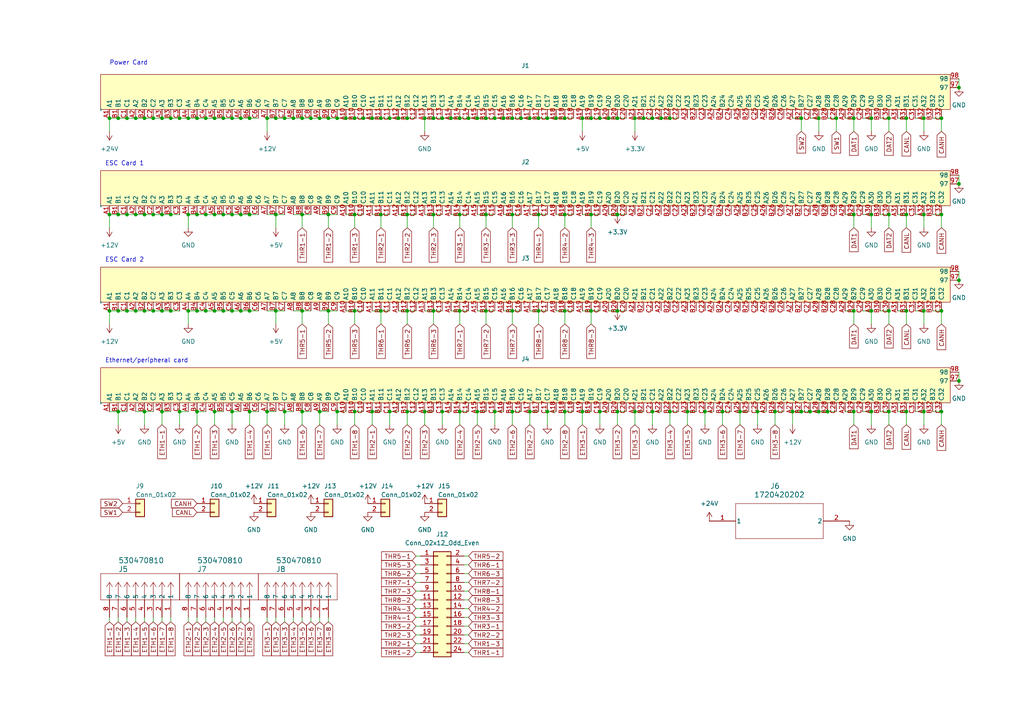
<source format=kicad_sch>
(kicad_sch (version 20230121) (generator eeschema)
  (paper "A4")
  (junction (at 115.57 34.29))
  (junction (at 257.81 90.17))
  (junction (at 140.97 34.29))
  (junction (at 72.39 34.29))
  (junction (at 64.77 34.29))
  (junction (at 54.61 34.29))
  (junction (at 54.61 90.17))
  (junction (at 179.07 62.23))
  (junction (at 44.45 90.17))
  (junction (at 151.13 34.29))
  (junction (at 163.83 62.23))
  (junction (at 158.75 34.29))
  (junction (at 67.31 119.38))
  (junction (at 113.03 34.29))
  (junction (at 80.01 90.17))
  (junction (at 118.11 34.29))
  (junction (at 278.13 25.4))
  (junction (at 143.51 34.29))
  (junction (at 113.03 119.38))
  (junction (at 140.97 90.17))
  (junction (at 41.91 119.38))
  (junction (at 62.23 119.38))
  (junction (at 262.89 62.23))
  (junction (at 153.67 119.38))
  (junction (at 34.29 119.38))
  (junction (at 92.71 119.38))
  (junction (at 72.39 119.38))
  (junction (at 39.37 62.23))
  (junction (at 49.53 90.17))
  (junction (at 173.99 119.38))
  (junction (at 102.87 90.17))
  (junction (at 87.63 34.29))
  (junction (at 72.39 90.17))
  (junction (at 49.53 62.23))
  (junction (at 267.97 62.23))
  (junction (at 267.97 34.29))
  (junction (at 173.99 34.29))
  (junction (at 97.79 34.29))
  (junction (at 130.81 34.29))
  (junction (at 171.45 62.23))
  (junction (at 219.71 119.38))
  (junction (at 179.07 119.38))
  (junction (at 247.65 90.17))
  (junction (at 64.77 62.23))
  (junction (at 148.59 119.38))
  (junction (at 247.65 34.29))
  (junction (at 138.43 119.38))
  (junction (at 125.73 34.29))
  (junction (at 46.99 62.23))
  (junction (at 176.53 34.29))
  (junction (at 133.35 34.29))
  (junction (at 46.99 119.38))
  (junction (at 247.65 62.23))
  (junction (at 186.69 34.29))
  (junction (at 46.99 90.17))
  (junction (at 41.91 90.17))
  (junction (at 59.69 34.29))
  (junction (at 232.41 34.29))
  (junction (at 80.01 62.23))
  (junction (at 87.63 90.17))
  (junction (at 158.75 119.38))
  (junction (at 92.71 34.29))
  (junction (at 153.67 34.29))
  (junction (at 72.39 62.23))
  (junction (at 36.83 34.29))
  (junction (at 257.81 119.38))
  (junction (at 87.63 62.23))
  (junction (at 107.95 119.38))
  (junction (at 140.97 62.23))
  (junction (at 168.91 119.38))
  (junction (at 146.05 34.29))
  (junction (at 57.15 90.17))
  (junction (at 262.89 34.29))
  (junction (at 82.55 34.29))
  (junction (at 240.03 119.38))
  (junction (at 133.35 90.17))
  (junction (at 54.61 62.23))
  (junction (at 163.83 34.29))
  (junction (at 168.91 34.29))
  (junction (at 273.05 62.23))
  (junction (at 102.87 119.38))
  (junction (at 133.35 119.38))
  (junction (at 36.83 90.17))
  (junction (at 52.07 119.38))
  (junction (at 148.59 34.29))
  (junction (at 143.51 119.38))
  (junction (at 95.25 34.29))
  (junction (at 267.97 119.38))
  (junction (at 41.91 62.23))
  (junction (at 49.53 34.29))
  (junction (at 262.89 119.38))
  (junction (at 80.01 34.29))
  (junction (at 252.73 90.17))
  (junction (at 118.11 90.17))
  (junction (at 148.59 90.17))
  (junction (at 44.45 62.23))
  (junction (at 179.07 90.17))
  (junction (at 278.13 53.34))
  (junction (at 107.95 34.29))
  (junction (at 59.69 62.23))
  (junction (at 252.73 34.29))
  (junction (at 118.11 62.23))
  (junction (at 184.15 34.29))
  (junction (at 69.85 62.23))
  (junction (at 62.23 90.17))
  (junction (at 273.05 119.38))
  (junction (at 36.83 62.23))
  (junction (at 95.25 90.17))
  (junction (at 123.19 119.38))
  (junction (at 110.49 34.29))
  (junction (at 34.29 62.23))
  (junction (at 191.77 34.29))
  (junction (at 128.27 119.38))
  (junction (at 41.91 34.29))
  (junction (at 59.69 90.17))
  (junction (at 67.31 34.29))
  (junction (at 39.37 34.29))
  (junction (at 156.21 34.29))
  (junction (at 102.87 62.23))
  (junction (at 156.21 62.23))
  (junction (at 46.99 34.29))
  (junction (at 110.49 90.17))
  (junction (at 110.49 62.23))
  (junction (at 105.41 34.29))
  (junction (at 57.15 62.23))
  (junction (at 252.73 119.38))
  (junction (at 171.45 34.29))
  (junction (at 214.63 119.38))
  (junction (at 257.81 34.29))
  (junction (at 69.85 90.17))
  (junction (at 163.83 119.38))
  (junction (at 194.31 119.38))
  (junction (at 138.43 34.29))
  (junction (at 179.07 34.29))
  (junction (at 87.63 119.38))
  (junction (at 62.23 34.29))
  (junction (at 232.41 119.38))
  (junction (at 252.73 62.23))
  (junction (at 156.21 90.17))
  (junction (at 247.65 119.38))
  (junction (at 57.15 119.38))
  (junction (at 273.05 90.17))
  (junction (at 224.79 119.38))
  (junction (at 229.87 119.38))
  (junction (at 257.81 62.23))
  (junction (at 95.25 62.23))
  (junction (at 189.23 119.38))
  (junction (at 90.17 34.29))
  (junction (at 34.29 34.29))
  (junction (at 125.73 62.23))
  (junction (at 237.49 119.38))
  (junction (at 171.45 90.17))
  (junction (at 31.75 34.29))
  (junction (at 262.89 90.17))
  (junction (at 135.89 34.29))
  (junction (at 64.77 90.17))
  (junction (at 31.75 62.23))
  (junction (at 100.33 34.29))
  (junction (at 209.55 119.38))
  (junction (at 163.83 90.17))
  (junction (at 57.15 34.29))
  (junction (at 237.49 34.29))
  (junction (at 278.13 110.49))
  (junction (at 194.31 34.29))
  (junction (at 52.07 34.29))
  (junction (at 123.19 34.29))
  (junction (at 118.11 119.38))
  (junction (at 161.29 34.29))
  (junction (at 77.47 34.29))
  (junction (at 204.47 119.38))
  (junction (at 69.85 34.29))
  (junction (at 62.23 62.23))
  (junction (at 102.87 34.29))
  (junction (at 67.31 90.17))
  (junction (at 242.57 34.29))
  (junction (at 273.05 34.29))
  (junction (at 67.31 62.23))
  (junction (at 31.75 90.17))
  (junction (at 97.79 119.38))
  (junction (at 148.59 62.23))
  (junction (at 189.23 34.29))
  (junction (at 184.15 119.38))
  (junction (at 234.95 119.38))
  (junction (at 267.97 90.17))
  (junction (at 34.29 90.17))
  (junction (at 85.09 34.29))
  (junction (at 125.73 90.17))
  (junction (at 133.35 62.23))
  (junction (at 44.45 34.29))
  (junction (at 278.13 81.28))
  (junction (at 128.27 34.29))
  (junction (at 82.55 119.38))
  (junction (at 199.39 119.38))
  (junction (at 77.47 119.38))
  (junction (at 39.37 90.17))
  (wire (pts (xy 72.39 62.23) (xy 74.93 62.23)))
  (wire (pts (xy 36.83 180.34) (xy 36.83 179.07)))
  (wire (pts (xy 265.43 90.17) (xy 267.97 90.17)))
  (wire (pts (xy 125.73 62.23) (xy 128.27 62.23)))
  (wire (pts (xy 120.65 166.37) (xy 121.92 166.37)))
  (wire (pts (xy 176.53 34.29) (xy 179.07 34.29)))
  (wire (pts (xy 184.15 119.38) (xy 184.15 123.19)))
  (wire (pts (xy 245.11 90.17) (xy 247.65 90.17)))
  (wire (pts (xy 270.51 90.17) (xy 273.05 90.17)))
  (wire (pts (xy 90.17 34.29) (xy 92.71 34.29)))
  (wire (pts (xy 161.29 90.17) (xy 163.83 90.17)))
  (wire (pts (xy 120.65 181.61) (xy 121.92 181.61)))
  (wire (pts (xy 245.11 62.23) (xy 247.65 62.23)))
  (wire (pts (xy 102.87 119.38) (xy 105.41 119.38)))
  (wire (pts (xy 123.19 90.17) (xy 125.73 90.17)))
  (wire (pts (xy 80.01 90.17) (xy 82.55 90.17)))
  (wire (pts (xy 80.01 62.23) (xy 82.55 62.23)))
  (wire (pts (xy 49.53 180.34) (xy 49.53 179.07)))
  (wire (pts (xy 34.29 119.38) (xy 34.29 123.19)))
  (wire (pts (xy 34.29 180.34) (xy 34.29 179.07)))
  (wire (pts (xy 115.57 34.29) (xy 118.11 34.29)))
  (wire (pts (xy 179.07 62.23) (xy 181.61 62.23)))
  (wire (pts (xy 31.75 34.29) (xy 31.75 38.1)))
  (wire (pts (xy 260.35 119.38) (xy 262.89 119.38)))
  (wire (pts (xy 46.99 62.23) (xy 49.53 62.23)))
  (wire (pts (xy 148.59 90.17) (xy 151.13 90.17)))
  (wire (pts (xy 100.33 62.23) (xy 102.87 62.23)))
  (wire (pts (xy 234.95 119.38) (xy 237.49 119.38)))
  (wire (pts (xy 130.81 34.29) (xy 133.35 34.29)))
  (wire (pts (xy 57.15 90.17) (xy 59.69 90.17)))
  (wire (pts (xy 184.15 34.29) (xy 186.69 34.29)))
  (wire (pts (xy 176.53 62.23) (xy 179.07 62.23)))
  (wire (pts (xy 179.07 119.38) (xy 179.07 123.19)))
  (wire (pts (xy 69.85 90.17) (xy 72.39 90.17)))
  (wire (pts (xy 118.11 62.23) (xy 120.65 62.23)))
  (wire (pts (xy 72.39 90.17) (xy 74.93 90.17)))
  (wire (pts (xy 97.79 34.29) (xy 100.33 34.29)))
  (wire (pts (xy 265.43 119.38) (xy 267.97 119.38)))
  (wire (pts (xy 191.77 34.29) (xy 194.31 34.29)))
  (wire (pts (xy 133.35 90.17) (xy 135.89 90.17)))
  (wire (pts (xy 267.97 90.17) (xy 267.97 93.98)))
  (wire (pts (xy 62.23 90.17) (xy 64.77 90.17)))
  (wire (pts (xy 229.87 34.29) (xy 232.41 34.29)))
  (wire (pts (xy 179.07 119.38) (xy 181.61 119.38)))
  (wire (pts (xy 199.39 119.38) (xy 201.93 119.38)))
  (wire (pts (xy 95.25 90.17) (xy 97.79 90.17)))
  (wire (pts (xy 64.77 62.23) (xy 67.31 62.23)))
  (wire (pts (xy 204.47 119.38) (xy 207.01 119.38)))
  (wire (pts (xy 118.11 119.38) (xy 118.11 123.19)))
  (wire (pts (xy 39.37 119.38) (xy 41.91 119.38)))
  (wire (pts (xy 39.37 34.29) (xy 41.91 34.29)))
  (wire (pts (xy 54.61 90.17) (xy 54.61 93.98)))
  (wire (pts (xy 135.89 173.99) (xy 134.62 173.99)))
  (wire (pts (xy 135.89 176.53) (xy 134.62 176.53)))
  (wire (pts (xy 146.05 62.23) (xy 148.59 62.23)))
  (wire (pts (xy 148.59 119.38) (xy 151.13 119.38)))
  (wire (pts (xy 67.31 119.38) (xy 67.31 123.19)))
  (wire (pts (xy 49.53 90.17) (xy 52.07 90.17)))
  (wire (pts (xy 49.53 62.23) (xy 52.07 62.23)))
  (wire (pts (xy 278.13 50.8) (xy 278.13 53.34)))
  (wire (pts (xy 120.65 161.29) (xy 121.92 161.29)))
  (wire (pts (xy 125.73 62.23) (xy 125.73 66.04)))
  (wire (pts (xy 148.59 34.29) (xy 151.13 34.29)))
  (wire (pts (xy 171.45 62.23) (xy 173.99 62.23)))
  (wire (pts (xy 120.65 189.23) (xy 121.92 189.23)))
  (wire (pts (xy 52.07 119.38) (xy 54.61 119.38)))
  (wire (pts (xy 242.57 34.29) (xy 242.57 38.1)))
  (wire (pts (xy 135.89 161.29) (xy 134.62 161.29)))
  (wire (pts (xy 158.75 34.29) (xy 161.29 34.29)))
  (wire (pts (xy 224.79 119.38) (xy 227.33 119.38)))
  (wire (pts (xy 140.97 90.17) (xy 140.97 93.98)))
  (wire (pts (xy 95.25 62.23) (xy 97.79 62.23)))
  (wire (pts (xy 54.61 62.23) (xy 54.61 66.04)))
  (wire (pts (xy 64.77 90.17) (xy 67.31 90.17)))
  (wire (pts (xy 95.25 90.17) (xy 95.25 93.98)))
  (wire (pts (xy 247.65 119.38) (xy 247.65 123.19)))
  (wire (pts (xy 123.19 34.29) (xy 123.19 38.1)))
  (wire (pts (xy 118.11 90.17) (xy 120.65 90.17)))
  (wire (pts (xy 102.87 90.17) (xy 105.41 90.17)))
  (wire (pts (xy 186.69 34.29) (xy 189.23 34.29)))
  (wire (pts (xy 267.97 62.23) (xy 267.97 66.04)))
  (wire (pts (xy 273.05 34.29) (xy 273.05 38.1)))
  (wire (pts (xy 273.05 119.38) (xy 273.05 123.19)))
  (wire (pts (xy 209.55 119.38) (xy 209.55 123.19)))
  (wire (pts (xy 138.43 119.38) (xy 140.97 119.38)))
  (wire (pts (xy 95.25 62.23) (xy 95.25 66.04)))
  (wire (pts (xy 156.21 90.17) (xy 156.21 93.98)))
  (wire (pts (xy 260.35 34.29) (xy 262.89 34.29)))
  (wire (pts (xy 250.19 90.17) (xy 252.73 90.17)))
  (wire (pts (xy 128.27 119.38) (xy 130.81 119.38)))
  (wire (pts (xy 270.51 119.38) (xy 273.05 119.38)))
  (wire (pts (xy 80.01 34.29) (xy 82.55 34.29)))
  (wire (pts (xy 204.47 119.38) (xy 204.47 123.19)))
  (wire (pts (xy 189.23 119.38) (xy 189.23 123.19)))
  (wire (pts (xy 143.51 119.38) (xy 143.51 123.19)))
  (wire (pts (xy 39.37 90.17) (xy 41.91 90.17)))
  (wire (pts (xy 273.05 90.17) (xy 273.05 93.98)))
  (wire (pts (xy 120.65 176.53) (xy 121.92 176.53)))
  (wire (pts (xy 102.87 62.23) (xy 105.41 62.23)))
  (wire (pts (xy 87.63 119.38) (xy 87.63 123.19)))
  (wire (pts (xy 158.75 119.38) (xy 161.29 119.38)))
  (wire (pts (xy 31.75 62.23) (xy 34.29 62.23)))
  (wire (pts (xy 92.71 119.38) (xy 92.71 123.19)))
  (wire (pts (xy 120.65 173.99) (xy 121.92 173.99)))
  (wire (pts (xy 135.89 171.45) (xy 134.62 171.45)))
  (wire (pts (xy 85.09 34.29) (xy 87.63 34.29)))
  (wire (pts (xy 77.47 119.38) (xy 77.47 123.19)))
  (wire (pts (xy 156.21 34.29) (xy 158.75 34.29)))
  (wire (pts (xy 176.53 90.17) (xy 179.07 90.17)))
  (wire (pts (xy 135.89 184.15) (xy 134.62 184.15)))
  (wire (pts (xy 118.11 62.23) (xy 118.11 66.04)))
  (wire (pts (xy 82.55 119.38) (xy 82.55 123.19)))
  (wire (pts (xy 107.95 34.29) (xy 110.49 34.29)))
  (wire (pts (xy 87.63 62.23) (xy 87.63 66.04)))
  (wire (pts (xy 85.09 62.23) (xy 87.63 62.23)))
  (wire (pts (xy 118.11 34.29) (xy 120.65 34.29)))
  (wire (pts (xy 173.99 119.38) (xy 176.53 119.38)))
  (wire (pts (xy 62.23 62.23) (xy 64.77 62.23)))
  (wire (pts (xy 92.71 62.23) (xy 95.25 62.23)))
  (wire (pts (xy 267.97 119.38) (xy 267.97 123.19)))
  (wire (pts (xy 250.19 34.29) (xy 252.73 34.29)))
  (wire (pts (xy 189.23 119.38) (xy 191.77 119.38)))
  (wire (pts (xy 262.89 34.29) (xy 262.89 38.1)))
  (wire (pts (xy 125.73 90.17) (xy 125.73 93.98)))
  (wire (pts (xy 168.91 62.23) (xy 171.45 62.23)))
  (wire (pts (xy 260.35 90.17) (xy 262.89 90.17)))
  (wire (pts (xy 156.21 62.23) (xy 158.75 62.23)))
  (wire (pts (xy 31.75 180.34) (xy 31.75 179.07)))
  (wire (pts (xy 123.19 119.38) (xy 123.19 123.19)))
  (wire (pts (xy 82.55 119.38) (xy 85.09 119.38)))
  (wire (pts (xy 138.43 90.17) (xy 140.97 90.17)))
  (wire (pts (xy 173.99 119.38) (xy 173.99 123.19)))
  (wire (pts (xy 120.65 171.45) (xy 121.92 171.45)))
  (wire (pts (xy 240.03 34.29) (xy 242.57 34.29)))
  (wire (pts (xy 36.83 62.23) (xy 39.37 62.23)))
  (wire (pts (xy 234.95 34.29) (xy 237.49 34.29)))
  (wire (pts (xy 57.15 34.29) (xy 59.69 34.29)))
  (wire (pts (xy 113.03 34.29) (xy 115.57 34.29)))
  (wire (pts (xy 120.65 168.91) (xy 121.92 168.91)))
  (wire (pts (xy 270.51 62.23) (xy 273.05 62.23)))
  (wire (pts (xy 247.65 34.29) (xy 247.65 38.1)))
  (wire (pts (xy 97.79 119.38) (xy 97.79 123.19)))
  (wire (pts (xy 80.01 62.23) (xy 80.01 66.04)))
  (wire (pts (xy 278.13 78.74) (xy 278.13 81.28)))
  (wire (pts (xy 153.67 119.38) (xy 153.67 123.19)))
  (wire (pts (xy 36.83 34.29) (xy 39.37 34.29)))
  (wire (pts (xy 77.47 90.17) (xy 80.01 90.17)))
  (wire (pts (xy 184.15 119.38) (xy 186.69 119.38)))
  (wire (pts (xy 229.87 119.38) (xy 229.87 123.19)))
  (wire (pts (xy 64.77 180.34) (xy 64.77 179.07)))
  (wire (pts (xy 52.07 119.38) (xy 52.07 123.19)))
  (wire (pts (xy 270.51 34.29) (xy 273.05 34.29)))
  (wire (pts (xy 118.11 90.17) (xy 118.11 93.98)))
  (wire (pts (xy 123.19 119.38) (xy 125.73 119.38)))
  (wire (pts (xy 34.29 34.29) (xy 36.83 34.29)))
  (wire (pts (xy 44.45 90.17) (xy 46.99 90.17)))
  (wire (pts (xy 247.65 62.23) (xy 247.65 66.04)))
  (wire (pts (xy 168.91 34.29) (xy 168.91 38.1)))
  (wire (pts (xy 133.35 62.23) (xy 135.89 62.23)))
  (wire (pts (xy 36.83 90.17) (xy 39.37 90.17)))
  (wire (pts (xy 260.35 62.23) (xy 262.89 62.23)))
  (wire (pts (xy 140.97 62.23) (xy 140.97 66.04)))
  (wire (pts (xy 77.47 34.29) (xy 77.47 38.1)))
  (wire (pts (xy 107.95 90.17) (xy 110.49 90.17)))
  (wire (pts (xy 237.49 119.38) (xy 240.03 119.38)))
  (wire (pts (xy 232.41 34.29) (xy 232.41 38.1)))
  (wire (pts (xy 59.69 180.34) (xy 59.69 179.07)))
  (wire (pts (xy 62.23 34.29) (xy 64.77 34.29)))
  (wire (pts (xy 252.73 119.38) (xy 252.73 123.19)))
  (wire (pts (xy 156.21 62.23) (xy 156.21 66.04)))
  (wire (pts (xy 110.49 90.17) (xy 113.03 90.17)))
  (wire (pts (xy 57.15 119.38) (xy 59.69 119.38)))
  (wire (pts (xy 85.09 90.17) (xy 87.63 90.17)))
  (wire (pts (xy 255.27 90.17) (xy 257.81 90.17)))
  (wire (pts (xy 146.05 34.29) (xy 148.59 34.29)))
  (wire (pts (xy 133.35 119.38) (xy 135.89 119.38)))
  (wire (pts (xy 72.39 119.38) (xy 72.39 123.19)))
  (wire (pts (xy 92.71 90.17) (xy 95.25 90.17)))
  (wire (pts (xy 153.67 34.29) (xy 156.21 34.29)))
  (wire (pts (xy 44.45 34.29) (xy 46.99 34.29)))
  (wire (pts (xy 44.45 62.23) (xy 46.99 62.23)))
  (wire (pts (xy 252.73 90.17) (xy 252.73 93.98)))
  (wire (pts (xy 69.85 34.29) (xy 72.39 34.29)))
  (wire (pts (xy 46.99 119.38) (xy 49.53 119.38)))
  (wire (pts (xy 237.49 34.29) (xy 237.49 38.1)))
  (wire (pts (xy 102.87 119.38) (xy 102.87 123.19)))
  (wire (pts (xy 62.23 119.38) (xy 62.23 123.19)))
  (wire (pts (xy 120.65 184.15) (xy 121.92 184.15)))
  (wire (pts (xy 151.13 34.29) (xy 153.67 34.29)))
  (wire (pts (xy 102.87 62.23) (xy 102.87 66.04)))
  (wire (pts (xy 77.47 62.23) (xy 80.01 62.23)))
  (wire (pts (xy 163.83 62.23) (xy 163.83 66.04)))
  (wire (pts (xy 138.43 119.38) (xy 138.43 123.19)))
  (wire (pts (xy 97.79 119.38) (xy 100.33 119.38)))
  (wire (pts (xy 41.91 62.23) (xy 44.45 62.23)))
  (wire (pts (xy 87.63 62.23) (xy 90.17 62.23)))
  (wire (pts (xy 219.71 119.38) (xy 222.25 119.38)))
  (wire (pts (xy 41.91 119.38) (xy 41.91 123.19)))
  (wire (pts (xy 67.31 34.29) (xy 69.85 34.29)))
  (wire (pts (xy 168.91 119.38) (xy 168.91 123.19)))
  (wire (pts (xy 153.67 62.23) (xy 156.21 62.23)))
  (wire (pts (xy 194.31 119.38) (xy 194.31 123.19)))
  (wire (pts (xy 153.67 90.17) (xy 156.21 90.17)))
  (wire (pts (xy 113.03 119.38) (xy 115.57 119.38)))
  (wire (pts (xy 171.45 62.23) (xy 171.45 66.04)))
  (wire (pts (xy 143.51 34.29) (xy 146.05 34.29)))
  (wire (pts (xy 49.53 34.29) (xy 52.07 34.29)))
  (wire (pts (xy 229.87 119.38) (xy 232.41 119.38)))
  (wire (pts (xy 262.89 90.17) (xy 262.89 93.98)))
  (wire (pts (xy 184.15 34.29) (xy 184.15 38.1)))
  (wire (pts (xy 95.25 34.29) (xy 97.79 34.29)))
  (wire (pts (xy 161.29 62.23) (xy 163.83 62.23)))
  (wire (pts (xy 100.33 34.29) (xy 102.87 34.29)))
  (wire (pts (xy 128.27 119.38) (xy 128.27 123.19)))
  (wire (pts (xy 113.03 119.38) (xy 113.03 123.19)))
  (wire (pts (xy 87.63 90.17) (xy 87.63 93.98)))
  (wire (pts (xy 77.47 180.34) (xy 77.47 179.07)))
  (wire (pts (xy 143.51 119.38) (xy 146.05 119.38)))
  (wire (pts (xy 92.71 34.29) (xy 95.25 34.29)))
  (wire (pts (xy 148.59 90.17) (xy 148.59 93.98)))
  (wire (pts (xy 72.39 119.38) (xy 74.93 119.38)))
  (wire (pts (xy 39.37 180.34) (xy 39.37 179.07)))
  (wire (pts (xy 118.11 119.38) (xy 120.65 119.38)))
  (wire (pts (xy 148.59 62.23) (xy 151.13 62.23)))
  (wire (pts (xy 133.35 119.38) (xy 133.35 123.19)))
  (wire (pts (xy 179.07 34.29) (xy 181.61 34.29)))
  (wire (pts (xy 115.57 62.23) (xy 118.11 62.23)))
  (wire (pts (xy 171.45 34.29) (xy 173.99 34.29)))
  (wire (pts (xy 59.69 34.29) (xy 62.23 34.29)))
  (wire (pts (xy 34.29 90.17) (xy 36.83 90.17)))
  (wire (pts (xy 189.23 34.29) (xy 191.77 34.29)))
  (wire (pts (xy 39.37 62.23) (xy 41.91 62.23)))
  (wire (pts (xy 135.89 168.91) (xy 134.62 168.91)))
  (wire (pts (xy 54.61 34.29) (xy 57.15 34.29)))
  (wire (pts (xy 31.75 90.17) (xy 31.75 93.98)))
  (wire (pts (xy 120.65 163.83) (xy 121.92 163.83)))
  (wire (pts (xy 120.65 179.07) (xy 121.92 179.07)))
  (wire (pts (xy 120.65 186.69) (xy 121.92 186.69)))
  (wire (pts (xy 52.07 34.29) (xy 54.61 34.29)))
  (wire (pts (xy 41.91 90.17) (xy 44.45 90.17)))
  (wire (pts (xy 67.31 62.23) (xy 69.85 62.23)))
  (wire (pts (xy 247.65 90.17) (xy 247.65 93.98)))
  (wire (pts (xy 67.31 180.34) (xy 67.31 179.07)))
  (wire (pts (xy 135.89 179.07) (xy 134.62 179.07)))
  (wire (pts (xy 72.39 180.34) (xy 72.39 179.07)))
  (wire (pts (xy 133.35 62.23) (xy 133.35 66.04)))
  (wire (pts (xy 80.01 90.17) (xy 80.01 93.98)))
  (wire (pts (xy 265.43 62.23) (xy 267.97 62.23)))
  (wire (pts (xy 92.71 180.34) (xy 92.71 179.07)))
  (wire (pts (xy 69.85 62.23) (xy 72.39 62.23)))
  (wire (pts (xy 57.15 180.34) (xy 57.15 179.07)))
  (wire (pts (xy 240.03 119.38) (xy 242.57 119.38)))
  (wire (pts (xy 179.07 90.17) (xy 181.61 90.17)))
  (wire (pts (xy 161.29 34.29) (xy 163.83 34.29)))
  (wire (pts (xy 140.97 62.23) (xy 143.51 62.23)))
  (wire (pts (xy 67.31 90.17) (xy 69.85 90.17)))
  (wire (pts (xy 173.99 34.29) (xy 176.53 34.29)))
  (wire (pts (xy 31.75 90.17) (xy 34.29 90.17)))
  (wire (pts (xy 77.47 119.38) (xy 80.01 119.38)))
  (wire (pts (xy 158.75 119.38) (xy 158.75 123.19)))
  (wire (pts (xy 255.27 119.38) (xy 257.81 119.38)))
  (wire (pts (xy 54.61 62.23) (xy 57.15 62.23)))
  (wire (pts (xy 46.99 34.29) (xy 49.53 34.29)))
  (wire (pts (xy 163.83 34.29) (xy 166.37 34.29)))
  (wire (pts (xy 262.89 62.23) (xy 262.89 66.04)))
  (wire (pts (xy 194.31 119.38) (xy 196.85 119.38)))
  (wire (pts (xy 54.61 180.34) (xy 54.61 179.07)))
  (wire (pts (xy 123.19 34.29) (xy 125.73 34.29)))
  (wire (pts (xy 250.19 119.38) (xy 252.73 119.38)))
  (wire (pts (xy 107.95 62.23) (xy 110.49 62.23)))
  (wire (pts (xy 123.19 62.23) (xy 125.73 62.23)))
  (wire (pts (xy 133.35 34.29) (xy 135.89 34.29)))
  (wire (pts (xy 224.79 119.38) (xy 224.79 123.19)))
  (wire (pts (xy 64.77 34.29) (xy 67.31 34.29)))
  (wire (pts (xy 133.35 90.17) (xy 133.35 93.98)))
  (wire (pts (xy 148.59 119.38) (xy 148.59 123.19)))
  (wire (pts (xy 267.97 34.29) (xy 267.97 38.1)))
  (wire (pts (xy 163.83 119.38) (xy 163.83 123.19)))
  (wire (pts (xy 153.67 119.38) (xy 156.21 119.38)))
  (wire (pts (xy 57.15 119.38) (xy 57.15 123.19)))
  (wire (pts (xy 163.83 62.23) (xy 166.37 62.23)))
  (wire (pts (xy 62.23 180.34) (xy 62.23 179.07)))
  (wire (pts (xy 135.89 34.29) (xy 138.43 34.29)))
  (wire (pts (xy 252.73 34.29) (xy 252.73 38.1)))
  (wire (pts (xy 125.73 34.29) (xy 128.27 34.29)))
  (wire (pts (xy 168.91 34.29) (xy 171.45 34.29)))
  (wire (pts (xy 146.05 90.17) (xy 148.59 90.17)))
  (wire (pts (xy 257.81 90.17) (xy 257.81 93.98)))
  (wire (pts (xy 130.81 90.17) (xy 133.35 90.17)))
  (wire (pts (xy 252.73 62.23) (xy 252.73 66.04)))
  (wire (pts (xy 72.39 34.29) (xy 74.93 34.29)))
  (wire (pts (xy 102.87 34.29) (xy 105.41 34.29)))
  (wire (pts (xy 87.63 119.38) (xy 90.17 119.38)))
  (wire (pts (xy 199.39 119.38) (xy 199.39 123.19)))
  (wire (pts (xy 69.85 180.34) (xy 69.85 179.07)))
  (wire (pts (xy 41.91 119.38) (xy 44.45 119.38)))
  (wire (pts (xy 87.63 90.17) (xy 90.17 90.17)))
  (wire (pts (xy 110.49 90.17) (xy 110.49 93.98)))
  (wire (pts (xy 62.23 119.38) (xy 64.77 119.38)))
  (wire (pts (xy 92.71 119.38) (xy 95.25 119.38)))
  (wire (pts (xy 171.45 90.17) (xy 171.45 93.98)))
  (wire (pts (xy 255.27 62.23) (xy 257.81 62.23)))
  (wire (pts (xy 138.43 34.29) (xy 140.97 34.29)))
  (wire (pts (xy 257.81 119.38) (xy 257.81 123.19)))
  (wire (pts (xy 59.69 62.23) (xy 62.23 62.23)))
  (wire (pts (xy 102.87 90.17) (xy 102.87 93.98)))
  (wire (pts (xy 54.61 90.17) (xy 57.15 90.17)))
  (wire (pts (xy 115.57 90.17) (xy 118.11 90.17)))
  (wire (pts (xy 140.97 34.29) (xy 143.51 34.29)))
  (wire (pts (xy 138.43 62.23) (xy 140.97 62.23)))
  (wire (pts (xy 171.45 90.17) (xy 173.99 90.17)))
  (wire (pts (xy 262.89 119.38) (xy 262.89 123.19)))
  (wire (pts (xy 34.29 119.38) (xy 36.83 119.38)))
  (wire (pts (xy 194.31 34.29) (xy 196.85 34.29)))
  (wire (pts (xy 107.95 119.38) (xy 107.95 123.19)))
  (wire (pts (xy 87.63 180.34) (xy 87.63 179.07)))
  (wire (pts (xy 163.83 119.38) (xy 166.37 119.38)))
  (wire (pts (xy 85.09 180.34) (xy 85.09 179.07)))
  (wire (pts (xy 31.75 62.23) (xy 31.75 66.04)))
  (wire (pts (xy 105.41 34.29) (xy 107.95 34.29)))
  (wire (pts (xy 135.89 181.61) (xy 134.62 181.61)))
  (wire (pts (xy 257.81 62.23) (xy 257.81 66.04)))
  (wire (pts (xy 80.01 180.34) (xy 80.01 179.07)))
  (wire (pts (xy 87.63 34.29) (xy 90.17 34.29)))
  (wire (pts (xy 273.05 62.23) (xy 273.05 66.04)))
  (wire (pts (xy 135.89 163.83) (xy 134.62 163.83)))
  (wire (pts (xy 90.17 180.34) (xy 90.17 179.07)))
  (wire (pts (xy 219.71 119.38) (xy 219.71 123.19)))
  (wire (pts (xy 41.91 180.34) (xy 41.91 179.07)))
  (wire (pts (xy 46.99 119.38) (xy 46.99 123.19)))
  (wire (pts (xy 46.99 180.34) (xy 46.99 179.07)))
  (wire (pts (xy 245.11 34.29) (xy 247.65 34.29)))
  (wire (pts (xy 95.25 180.34) (xy 95.25 179.07)))
  (wire (pts (xy 257.81 34.29) (xy 257.81 38.1)))
  (wire (pts (xy 31.75 34.29) (xy 34.29 34.29)))
  (wire (pts (xy 163.83 90.17) (xy 163.83 93.98)))
  (wire (pts (xy 110.49 34.29) (xy 113.03 34.29)))
  (wire (pts (xy 130.81 62.23) (xy 133.35 62.23)))
  (wire (pts (xy 82.55 34.29) (xy 85.09 34.29)))
  (wire (pts (xy 128.27 34.29) (xy 130.81 34.29)))
  (wire (pts (xy 46.99 90.17) (xy 49.53 90.17)))
  (wire (pts (xy 82.55 180.34) (xy 82.55 179.07)))
  (wire (pts (xy 278.13 107.95) (xy 278.13 110.49)))
  (wire (pts (xy 135.89 186.69) (xy 134.62 186.69)))
  (wire (pts (xy 209.55 119.38) (xy 212.09 119.38)))
  (wire (pts (xy 125.73 90.17) (xy 128.27 90.17)))
  (wire (pts (xy 57.15 62.23) (xy 59.69 62.23)))
  (wire (pts (xy 250.19 62.23) (xy 252.73 62.23)))
  (wire (pts (xy 245.11 119.38) (xy 247.65 119.38)))
  (wire (pts (xy 265.43 34.29) (xy 267.97 34.29)))
  (wire (pts (xy 110.49 62.23) (xy 113.03 62.23)))
  (wire (pts (xy 135.89 189.23) (xy 134.62 189.23)))
  (wire (pts (xy 214.63 119.38) (xy 217.17 119.38)))
  (wire (pts (xy 77.47 34.29) (xy 80.01 34.29)))
  (wire (pts (xy 67.31 119.38) (xy 69.85 119.38)))
  (wire (pts (xy 107.95 119.38) (xy 110.49 119.38)))
  (wire (pts (xy 148.59 62.23) (xy 148.59 66.04)))
  (wire (pts (xy 168.91 119.38) (xy 171.45 119.38)))
  (wire (pts (xy 41.91 34.29) (xy 44.45 34.29)))
  (wire (pts (xy 34.29 62.23) (xy 36.83 62.23)))
  (wire (pts (xy 140.97 90.17) (xy 143.51 90.17)))
  (wire (pts (xy 31.75 119.38) (xy 34.29 119.38)))
  (wire (pts (xy 214.63 119.38) (xy 214.63 123.19)))
  (wire (pts (xy 135.89 166.37) (xy 134.62 166.37)))
  (wire (pts (xy 168.91 90.17) (xy 171.45 90.17)))
  (wire (pts (xy 44.45 180.34) (xy 44.45 179.07)))
  (wire (pts (xy 156.21 90.17) (xy 158.75 90.17)))
  (wire (pts (xy 255.27 34.29) (xy 257.81 34.29)))
  (wire (pts (xy 59.69 90.17) (xy 62.23 90.17)))
  (wire (pts (xy 110.49 62.23) (xy 110.49 66.04)))
  (wire (pts (xy 278.13 22.86) (xy 278.13 25.4)))
  (wire (pts (xy 100.33 90.17) (xy 102.87 90.17)))
  (wire (pts (xy 163.83 90.17) (xy 166.37 90.17)))
  (wire (pts (xy 232.41 119.38) (xy 234.95 119.38)))
  (text "ESC Card 1" (at 30.48 48.26 0) (effects (font (size 1.27 1.27)) (justify left bottom)))
  (text "Ethernet/peripheral card" (at 30.48 105.41 0) (effects (font (size 1.27 1.27)) (justify left bottom)))
  (text "Power Card" (at 31.75 19.05 0) (effects (font (size 1.27 1.27)) (justify left bottom)))
  (text "ESC Card 2\n" (at 30.48 76.2 0) (effects (font (size 1.27 1.27)) (justify left bottom)))
  (global_label "THR4-3" (shape input) (at 171.45 66.04 270) (property "Intersheetrefs" "${INTERSHEET_REFS}" (effects hide)))
  (global_label "ETH2-2" (shape input) (at 118.11 123.19 270) (property "Intersheetrefs" "${INTERSHEET_REFS}" (effects hide)))
  (global_label "THR3-1" (shape input) (at 133.35 66.04 270) (property "Intersheetrefs" "${INTERSHEET_REFS}" (effects hide)))
  (global_label "ETH2-5" (shape input) (at 138.43 123.19 270) (property "Intersheetrefs" "${INTERSHEET_REFS}" (effects hide)))
  (global_label "THR6-2" (shape input) (at 118.11 93.98 270) (property "Intersheetrefs" "${INTERSHEET_REFS}" (effects hide)))
  (global_label "THR2-1" (shape input) (at 120.65 186.69 180) (property "Intersheetrefs" "${INTERSHEET_REFS}" (effects hide)))
  (global_label "SW1" (shape input) (at 242.57 38.1 270) (property "Intersheetrefs" "${INTERSHEET_REFS}" (effects hide)))
  (global_label "ETH3-2" (shape input) (at 80.01 180.34 270) (property "Intersheetrefs" "${INTERSHEET_REFS}" (effects hide)))
  (global_label "THR5-1" (shape input) (at 120.65 161.29 180) (property "Intersheetrefs" "${INTERSHEET_REFS}" (effects hide)))
  (global_label "ETH1-7" (shape input) (at 46.99 180.34 270) (property "Intersheetrefs" "${INTERSHEET_REFS}" (effects hide)))
  (global_label "THR2-2" (shape input) (at 135.89 184.15 0) (property "Intersheetrefs" "${INTERSHEET_REFS}" (effects hide)))
  (global_label "CANL" (shape input) (at 262.89 38.1 270) (property "Intersheetrefs" "${INTERSHEET_REFS}" (effects hide)))
  (global_label "DAT1" (shape input) (at 247.65 66.04 270) (property "Intersheetrefs" "${INTERSHEET_REFS}" (effects hide)))
  (global_label "ETH2-7" (shape input) (at 153.67 123.19 270) (property "Intersheetrefs" "${INTERSHEET_REFS}" (effects hide)))
  (global_label "ETH3-6" (shape input) (at 209.55 123.19 270) (property "Intersheetrefs" "${INTERSHEET_REFS}" (effects hide)))
  (global_label "ETH2-4" (shape input) (at 62.23 180.34 270) (property "Intersheetrefs" "${INTERSHEET_REFS}" (effects hide)))
  (global_label "DAT2" (shape input) (at 257.81 123.19 270) (property "Intersheetrefs" "${INTERSHEET_REFS}" (effects hide)))
  (global_label "ETH2-2" (shape input) (at 57.15 180.34 270) (property "Intersheetrefs" "${INTERSHEET_REFS}" (effects hide)))
  (global_label "CANH" (shape input) (at 57.15 146.05 180) (property "Intersheetrefs" "${INTERSHEET_REFS}" (effects hide)))
  (global_label "ETH1-2" (shape input) (at 57.15 123.19 270) (property "Intersheetrefs" "${INTERSHEET_REFS}" (effects hide)))
  (global_label "ETH1-7" (shape input) (at 92.71 123.19 270) (property "Intersheetrefs" "${INTERSHEET_REFS}" (effects hide)))
  (global_label "THR8-1" (shape input) (at 135.89 171.45 0) (property "Intersheetrefs" "${INTERSHEET_REFS}" (effects hide)))
  (global_label "ETH2-1" (shape input) (at 54.61 180.34 270) (property "Intersheetrefs" "${INTERSHEET_REFS}" (effects hide)))
  (global_label "THR3-3" (shape input) (at 135.89 179.07 0) (property "Intersheetrefs" "${INTERSHEET_REFS}" (effects hide)))
  (global_label "THR1-3" (shape input) (at 102.87 66.04 270) (property "Intersheetrefs" "${INTERSHEET_REFS}" (effects hide)))
  (global_label "CANL" (shape input) (at 262.89 66.04 270) (property "Intersheetrefs" "${INTERSHEET_REFS}" (effects hide)))
  (global_label "THR1-1" (shape input) (at 87.63 66.04 270) (property "Intersheetrefs" "${INTERSHEET_REFS}" (effects hide)))
  (global_label "SW2" (shape input) (at 35.56 146.05 180) (property "Intersheetrefs" "${INTERSHEET_REFS}" (effects hide)))
  (global_label "ETH3-1" (shape input) (at 77.47 180.34 270) (property "Intersheetrefs" "${INTERSHEET_REFS}" (effects hide)))
  (global_label "THR5-1" (shape input) (at 87.63 93.98 270) (property "Intersheetrefs" "${INTERSHEET_REFS}" (effects hide)))
  (global_label "THR7-2" (shape input) (at 140.97 93.98 270) (property "Intersheetrefs" "${INTERSHEET_REFS}" (effects hide)))
  (global_label "ETH1-3" (shape input) (at 62.23 123.19 270) (property "Intersheetrefs" "${INTERSHEET_REFS}" (effects hide)))
  (global_label "THR7-3" (shape input) (at 148.59 93.98 270) (property "Intersheetrefs" "${INTERSHEET_REFS}" (effects hide)))
  (global_label "THR8-3" (shape input) (at 171.45 93.98 270) (property "Intersheetrefs" "${INTERSHEET_REFS}" (effects hide)))
  (global_label "THR4-1" (shape input) (at 120.65 179.07 180) (property "Intersheetrefs" "${INTERSHEET_REFS}" (effects hide)))
  (global_label "THR3-2" (shape input) (at 120.65 181.61 180) (property "Intersheetrefs" "${INTERSHEET_REFS}" (effects hide)))
  (global_label "THR1-3" (shape input) (at 135.89 186.69 0) (property "Intersheetrefs" "${INTERSHEET_REFS}" (effects hide)))
  (global_label "ETH1-1" (shape input) (at 31.75 180.34 270) (property "Intersheetrefs" "${INTERSHEET_REFS}" (effects hide)))
  (global_label "ETH1-5" (shape input) (at 77.47 123.19 270) (property "Intersheetrefs" "${INTERSHEET_REFS}" (effects hide)))
  (global_label "ETH1-8" (shape input) (at 102.87 123.19 270) (property "Intersheetrefs" "${INTERSHEET_REFS}" (effects hide)))
  (global_label "ETH1-3" (shape input) (at 36.83 180.34 270) (property "Intersheetrefs" "${INTERSHEET_REFS}" (effects hide)))
  (global_label "DAT2" (shape input) (at 257.81 38.1 270) (property "Intersheetrefs" "${INTERSHEET_REFS}" (effects hide)))
  (global_label "ETH2-5" (shape input) (at 64.77 180.34 270) (property "Intersheetrefs" "${INTERSHEET_REFS}" (effects hide)))
  (global_label "THR4-1" (shape input) (at 156.21 66.04 270) (property "Intersheetrefs" "${INTERSHEET_REFS}" (effects hide)))
  (global_label "ETH2-7" (shape input) (at 69.85 180.34 270) (property "Intersheetrefs" "${INTERSHEET_REFS}" (effects hide)))
  (global_label "SW1" (shape input) (at 35.56 148.59 180) (property "Intersheetrefs" "${INTERSHEET_REFS}" (effects hide)))
  (global_label "CANL" (shape input) (at 262.89 123.19 270) (property "Intersheetrefs" "${INTERSHEET_REFS}" (effects hide)))
  (global_label "ETH1-2" (shape input) (at 34.29 180.34 270) (property "Intersheetrefs" "${INTERSHEET_REFS}" (effects hide)))
  (global_label "THR1-2" (shape input) (at 120.65 189.23 180) (property "Intersheetrefs" "${INTERSHEET_REFS}" (effects hide)))
  (global_label "THR5-3" (shape input) (at 120.65 163.83 180) (property "Intersheetrefs" "${INTERSHEET_REFS}" (effects hide)))
  (global_label "ETH3-4" (shape input) (at 85.09 180.34 270) (property "Intersheetrefs" "${INTERSHEET_REFS}" (effects hide)))
  (global_label "CANH" (shape input) (at 273.05 93.98 270) (property "Intersheetrefs" "${INTERSHEET_REFS}" (effects hide)))
  (global_label "THR4-2" (shape input) (at 163.83 66.04 270) (property "Intersheetrefs" "${INTERSHEET_REFS}" (effects hide)))
  (global_label "THR3-3" (shape input) (at 148.59 66.04 270) (property "Intersheetrefs" "${INTERSHEET_REFS}" (effects hide)))
  (global_label "ETH3-4" (shape input) (at 194.31 123.19 270) (property "Intersheetrefs" "${INTERSHEET_REFS}" (effects hide)))
  (global_label "ETH3-3" (shape input) (at 184.15 123.19 270) (property "Intersheetrefs" "${INTERSHEET_REFS}" (effects hide)))
  (global_label "THR3-2" (shape input) (at 140.97 66.04 270) (property "Intersheetrefs" "${INTERSHEET_REFS}" (effects hide)))
  (global_label "ETH3-2" (shape input) (at 179.07 123.19 270) (property "Intersheetrefs" "${INTERSHEET_REFS}" (effects hide)))
  (global_label "THR8-1" (shape input) (at 156.21 93.98 270) (property "Intersheetrefs" "${INTERSHEET_REFS}" (effects hide)))
  (global_label "ETH1-8" (shape input) (at 49.53 180.34 270) (property "Intersheetrefs" "${INTERSHEET_REFS}" (effects hide)))
  (global_label "ETH3-5" (shape input) (at 199.39 123.19 270) (property "Intersheetrefs" "${INTERSHEET_REFS}" (effects hide)))
  (global_label "THR7-1" (shape input) (at 133.35 93.98 270) (property "Intersheetrefs" "${INTERSHEET_REFS}" (effects hide)))
  (global_label "CANH" (shape input) (at 273.05 123.19 270) (property "Intersheetrefs" "${INTERSHEET_REFS}" (effects hide)))
  (global_label "THR2-3" (shape input) (at 120.65 184.15 180) (property "Intersheetrefs" "${INTERSHEET_REFS}" (effects hide)))
  (global_label "THR6-1" (shape input) (at 110.49 93.98 270) (property "Intersheetrefs" "${INTERSHEET_REFS}" (effects hide)))
  (global_label "DAT1" (shape input) (at 247.65 93.98 270) (property "Intersheetrefs" "${INTERSHEET_REFS}" (effects hide)))
  (global_label "ETH2-3" (shape input) (at 59.69 180.34 270) (property "Intersheetrefs" "${INTERSHEET_REFS}" (effects hide)))
  (global_label "THR6-3" (shape input) (at 135.89 166.37 0) (property "Intersheetrefs" "${INTERSHEET_REFS}" (effects hide)))
  (global_label "CANL" (shape input) (at 262.89 93.98 270) (property "Intersheetrefs" "${INTERSHEET_REFS}" (effects hide)))
  (global_label "ETH1-4" (shape input) (at 72.39 123.19 270) (property "Intersheetrefs" "${INTERSHEET_REFS}" (effects hide)))
  (global_label "ETH2-8" (shape input) (at 72.39 180.34 270) (property "Intersheetrefs" "${INTERSHEET_REFS}" (effects hide)))
  (global_label "THR1-2" (shape input) (at 95.25 66.04 270) (property "Intersheetrefs" "${INTERSHEET_REFS}" (effects hide)))
  (global_label "DAT1" (shape input) (at 247.65 123.19 270) (property "Intersheetrefs" "${INTERSHEET_REFS}" (effects hide)))
  (global_label "ETH2-8" (shape input) (at 163.83 123.19 270) (property "Intersheetrefs" "${INTERSHEET_REFS}" (effects hide)))
  (global_label "ETH3-8" (shape input) (at 95.25 180.34 270) (property "Intersheetrefs" "${INTERSHEET_REFS}" (effects hide)))
  (global_label "CANL" (shape input) (at 57.15 148.59 180) (property "Intersheetrefs" "${INTERSHEET_REFS}" (effects hide)))
  (global_label "THR6-2" (shape input) (at 120.65 166.37 180) (property "Intersheetrefs" "${INTERSHEET_REFS}" (effects hide)))
  (global_label "THR7-2" (shape input) (at 135.89 168.91 0) (property "Intersheetrefs" "${INTERSHEET_REFS}" (effects hide)))
  (global_label "THR2-3" (shape input) (at 125.73 66.04 270) (property "Intersheetrefs" "${INTERSHEET_REFS}" (effects hide)))
  (global_label "ETH2-3" (shape input) (at 123.19 123.19 270) (property "Intersheetrefs" "${INTERSHEET_REFS}" (effects hide)))
  (global_label "ETH3-8" (shape input) (at 224.79 123.19 270) (property "Intersheetrefs" "${INTERSHEET_REFS}" (effects hide)))
  (global_label "ETH2-6" (shape input) (at 67.31 180.34 270) (property "Intersheetrefs" "${INTERSHEET_REFS}" (effects hide)))
  (global_label "THR2-1" (shape input) (at 110.49 66.04 270) (property "Intersheetrefs" "${INTERSHEET_REFS}" (effects hide)))
  (global_label "ETH3-1" (shape input) (at 168.91 123.19 270) (property "Intersheetrefs" "${INTERSHEET_REFS}" (effects hide)))
  (global_label "THR6-1" (shape input) (at 135.89 163.83 0) (property "Intersheetrefs" "${INTERSHEET_REFS}" (effects hide)))
  (global_label "DAT2" (shape input) (at 257.81 66.04 270) (property "Intersheetrefs" "${INTERSHEET_REFS}" (effects hide)))
  (global_label "ETH2-1" (shape input) (at 107.95 123.19 270) (property "Intersheetrefs" "${INTERSHEET_REFS}" (effects hide)))
  (global_label "ETH3-3" (shape input) (at 82.55 180.34 270) (property "Intersheetrefs" "${INTERSHEET_REFS}" (effects hide)))
  (global_label "THR8-2" (shape input) (at 120.65 173.99 180) (property "Intersheetrefs" "${INTERSHEET_REFS}" (effects hide)))
  (global_label "THR5-3" (shape input) (at 102.87 93.98 270) (property "Intersheetrefs" "${INTERSHEET_REFS}" (effects hide)))
  (global_label "ETH1-6" (shape input) (at 87.63 123.19 270) (property "Intersheetrefs" "${INTERSHEET_REFS}" (effects hide)))
  (global_label "THR4-3" (shape input) (at 120.65 176.53 180) (property "Intersheetrefs" "${INTERSHEET_REFS}" (effects hide)))
  (global_label "CANH" (shape input) (at 273.05 38.1 270) (property "Intersheetrefs" "${INTERSHEET_REFS}" (effects hide)))
  (global_label "ETH1-1" (shape input) (at 46.99 123.19 270) (property "Intersheetrefs" "${INTERSHEET_REFS}" (effects hide)))
  (global_label "THR2-2" (shape input) (at 118.11 66.04 270) (property "Intersheetrefs" "${INTERSHEET_REFS}" (effects hide)))
  (global_label "ETH2-6" (shape input) (at 148.59 123.19 270) (property "Intersheetrefs" "${INTERSHEET_REFS}" (effects hide)))
  (global_label "CANH" (shape input) (at 273.05 66.04 270) (property "Intersheetrefs" "${INTERSHEET_REFS}" (effects hide)))
  (global_label "THR1-1" (shape input) (at 135.89 189.23 0) (property "Intersheetrefs" "${INTERSHEET_REFS}" (effects hide)))
  (global_label "DAT1" (shape input) (at 247.65 38.1 270) (property "Intersheetrefs" "${INTERSHEET_REFS}" (effects hide)))
  (global_label "ETH3-7" (shape input) (at 92.71 180.34 270) (property "Intersheetrefs" "${INTERSHEET_REFS}" (effects hide)))
  (global_label "THR8-2" (shape input) (at 163.83 93.98 270) (property "Intersheetrefs" "${INTERSHEET_REFS}" (effects hide)))
  (global_label "ETH1-5" (shape input) (at 41.91 180.34 270) (property "Intersheetrefs" "${INTERSHEET_REFS}" (effects hide)))
  (global_label "ETH1-6" (shape input) (at 44.45 180.34 270) (property "Intersheetrefs" "${INTERSHEET_REFS}" (effects hide)))
  (global_label "THR3-1" (shape input) (at 135.89 181.61 0) (property "Intersheetrefs" "${INTERSHEET_REFS}" (effects hide)))
  (global_label "THR5-2" (shape input) (at 95.25 93.98 270) (property "Intersheetrefs" "${INTERSHEET_REFS}" (effects hide)))
  (global_label "ETH1-4" (shape input) (at 39.37 180.34 270) (property "Intersheetrefs" "${INTERSHEET_REFS}" (effects hide)))
  (global_label "SW2" (shape input) (at 232.41 38.1 270) (property "Intersheetrefs" "${INTERSHEET_REFS}" (effects hide)))
  (global_label "THR7-3" (shape input) (at 120.65 171.45 180) (property "Intersheetrefs" "${INTERSHEET_REFS}" (effects hide)))
  (global_label "ETH2-4" (shape input) (at 133.35 123.19 270) (property "Intersheetrefs" "${INTERSHEET_REFS}" (effects hide)))
  (global_label "THR5-2" (shape input) (at 135.89 161.29 0) (property "Intersheetrefs" "${INTERSHEET_REFS}" (effects hide)))
  (global_label "THR8-3" (shape input) (at 135.89 173.99 0) (property "Intersheetrefs" "${INTERSHEET_REFS}" (effects hide)))
  (global_label "THR6-3" (shape input) (at 125.73 93.98 270) (property "Intersheetrefs" "${INTERSHEET_REFS}" (effects hide)))
  (global_label "DAT2" (shape input) (at 257.81 93.98 270) (property "Intersheetrefs" "${INTERSHEET_REFS}" (effects hide)))
  (global_label "ETH3-5" (shape input) (at 87.63 180.34 270) (property "Intersheetrefs" "${INTERSHEET_REFS}" (effects hide)))
  (global_label "THR7-1" (shape input) (at 120.65 168.91 180) (property "Intersheetrefs" "${INTERSHEET_REFS}" (effects hide)))
  (global_label "ETH3-6" (shape input) (at 90.17 180.34 270) (property "Intersheetrefs" "${INTERSHEET_REFS}" (effects hide)))
  (global_label "ETH3-7" (shape input) (at 214.63 123.19 270) (property "Intersheetrefs" "${INTERSHEET_REFS}" (effects hide)))
  (global_label "THR4-2" (shape input) (at 135.89 176.53 0) (property "Intersheetrefs" "${INTERSHEET_REFS}" (effects hide)))
  (symbol (lib_id "power:+3.3V") (at 179.07 62.23 180) (unit 1)
    (property "Reference" "#PWR051" (effects hide))
    (property "Value" "+3.3V" (at 179.07 67.31 0))
  )
  (symbol (lib_id "power:GND") (at 278.13 81.28 0) (unit 1)
    (property "Reference" "#PWR07" (effects hide))
    (property "Value" "GND" (at 278.13 86.36 0))
  )
  (symbol (lib_id "power:GND") (at 278.13 25.4 0) (unit 1)
    (property "Reference" "#PWR020" (effects hide))
    (property "Value" "GND" (at 278.13 30.48 0))
  )
  (symbol (lib_id "power:GND") (at 67.31 123.19 0) (unit 1)
    (property "Reference" "#PWR018" (effects hide))
    (property "Value" "GND" (at 67.31 128.27 0))
  )
  (symbol (lib_id "power:GND") (at 73.66 148.59 0) (unit 1)
    (property "Reference" "#PWR039" (effects hide))
    (property "Value" "GND" (at 73.66 153.67 0))
  )
  (symbol (lib_id "power:+12V") (at 77.47 38.1 180) (unit 1)
    (property "Reference" "#PWR02" (effects hide))
    (property "Value" "+12V" (at 77.47 43.18 0))
  )
  (symbol (lib_id "Connector_Generic:Conn_01x02") (at 62.23 146.05 0) (unit 1)
    (property "Reference" "J10" (at 60.96 140.97 0) (effects (justify left)))
    (property "Value" "Conn_01x02" (at 60.96 143.51 0) (effects (justify left)))
    (property "Footprint" "Connector_JST:JST_PH_B2B-PH-K_1x02_P2.00mm_Vertical" (effects hide))
  )
  (symbol (lib_id "power:+5V") (at 34.29 123.19 180) (unit 1)
    (property "Reference" "#PWR021" (effects hide))
    (property "Value" "+5V" (at 34.29 128.27 0))
  )
  (symbol (lib_id "power:GND") (at 158.75 123.19 0) (unit 1)
    (property "Reference" "#PWR033" (effects hide))
    (property "Value" "GND" (at 158.75 128.27 0))
  )
  (symbol (lib_id "power:GND") (at 54.61 93.98 0) (unit 1)
    (property "Reference" "#PWR015" (effects hide))
    (property "Value" "GND" (at 54.61 99.06 0))
  )
  (symbol (lib_id "power:GND") (at 90.17 148.59 0) (unit 1)
    (property "Reference" "#PWR040" (effects hide))
    (property "Value" "GND" (at 90.17 153.67 0))
  )
  (symbol (lib_id "power:+12V") (at 229.87 123.19 180) (unit 1)
    (property "Reference" "#PWR049" (effects hide))
    (property "Value" "+12V" (at 229.87 128.27 0))
  )
  (symbol (lib_id "power:+12V") (at 106.68 146.05 0) (unit 1)
    (property "Reference" "#PWR043" (effects hide))
    (property "Value" "+12V" (at 106.68 140.97 0))
  )
  (symbol (lib_id "power:GND") (at 41.91 123.19 0) (unit 1)
    (property "Reference" "#PWR019" (effects hide))
    (property "Value" "GND" (at 41.91 128.27 0))
  )
  (symbol (lib_id "Connector_Generic:Conn_01x02") (at 40.64 146.05 0) (unit 1)
    (property "Reference" "J9" (at 39.37 140.97 0) (effects (justify left)))
    (property "Value" "Conn_01x02" (at 39.37 143.51 0) (effects (justify left)))
    (property "Footprint" "Connector_JST:JST_PH_B2B-PH-K_1x02_P2.00mm_Vertical" (effects hide))
  )
  (symbol (lib_id "8pin_ethernet:530470810") (at 95.25 179.07 270) (mirror x) (unit 1)
    (property "Reference" "J8" (at 80.01 165.1 90) (effects (font (size 1.524 1.524)) (justify left)))
    (property "Value" "530470810" (at 80.01 162.56 90) (effects (font (size 1.524 1.524)) (justify left)))
    (property "Footprint" "CON_530470810_MOL" (effects hide))
    (property "Datasheet" "530470810" (effects hide))
  )
  (symbol (lib_id "power:GND") (at 246.38 151.13 0) (unit 1)
    (property "Reference" "#PWR048" (effects hide))
    (property "Value" "GND" (at 246.38 156.21 0))
  )
  (symbol (lib_id "Connector_Generic:Conn_02x12_Odd_Even") (at 127 173.99 0) (unit 1)
    (property "Reference" "J12" (at 128.27 154.94 0))
    (property "Value" "Conn_02x12_Odd_Even" (at 128.27 157.48 0))
    (property "Footprint" "Connector_Molex:Molex_Mini-Fit_Jr_5566-24A_2x12_P4.20mm_Vertical" (effects hide))
  )
  (symbol (lib_id "power:GND") (at 204.47 123.19 0) (unit 1)
    (property "Reference" "#PWR036" (effects hide))
    (property "Value" "GND" (at 204.47 128.27 0))
  )
  (symbol (lib_id "power:GND") (at 278.13 53.34 0) (unit 1)
    (property "Reference" "#PWR012" (effects hide))
    (property "Value" "GND" (at 278.13 58.42 0))
  )
  (symbol (lib_id "power:GND") (at 252.73 66.04 0) (unit 1)
    (property "Reference" "#PWR03" (effects hide))
    (property "Value" "GND" (at 252.73 71.12 0))
  )
  (symbol (lib_id "power:+24V") (at 31.75 38.1 180) (unit 1)
    (property "Reference" "#PWR01" (effects hide))
    (property "Value" "+24V" (at 31.75 43.18 0))
  )
  (symbol (lib_id "power:GND") (at 173.99 123.19 0) (unit 1)
    (property "Reference" "#PWR034" (effects hide))
    (property "Value" "GND" (at 173.99 128.27 0))
  )
  (symbol (lib_id "power:GND") (at 143.51 123.19 0) (unit 1)
    (property "Reference" "#PWR032" (effects hide))
    (property "Value" "GND" (at 143.51 128.27 0))
  )
  (symbol (lib_id "Connector_Generic:Conn_01x02") (at 128.27 146.05 0) (unit 1)
    (property "Reference" "J15" (at 127 140.97 0) (effects (justify left)))
    (property "Value" "Conn_01x02" (at 127 143.51 0) (effects (justify left)))
    (property "Footprint" "Connector_JST:JST_PH_B2B-PH-K_1x02_P2.00mm_Vertical" (effects hide))
  )
  (symbol (lib_id "power:GND") (at 267.97 93.98 0) (unit 1)
    (property "Reference" "#PWR023" (effects hide))
    (property "Value" "GND" (at 267.97 99.06 0))
  )
  (symbol (lib_id "power:+24V") (at 205.74 151.13 0) (unit 1)
    (property "Reference" "#PWR047" (effects hide))
    (property "Value" "+24V" (at 205.74 146.05 0))
  )
  (symbol (lib_id "Connector_Generic:Conn_01x02") (at 78.74 146.05 0) (unit 1)
    (property "Reference" "J11" (at 77.47 140.97 0) (effects (justify left)))
    (property "Value" "Conn_01x02" (at 77.47 143.51 0) (effects (justify left)))
    (property "Footprint" "Connector_JST:JST_PH_B2B-PH-K_1x02_P2.00mm_Vertical" (effects hide))
  )
  (symbol (lib_name "650470_2") (lib_id "Custom:650470") (at 29.21 59.69 90) (unit 1)
    (property "Reference" "J2" (at 152.4 46.99 90))
    (property "Value" "~" (at 29.21 59.69 0))
    (property "Footprint" "650470_5:CONN_650470-5_TYC" (effects hide))
  )
  (symbol (lib_name "650470_3") (lib_id "Custom:650470") (at 29.21 87.63 90) (unit 1)
    (property "Reference" "J3" (at 152.4 74.93 90))
    (property "Value" "~" (at 29.21 87.63 0))
    (property "Footprint" "650470_5:CONN_650470-5_TYC" (effects hide))
  )
  (symbol (lib_id "power:+3.3V") (at 179.07 90.17 180) (unit 1)
    (property "Reference" "#PWR050" (effects hide))
    (property "Value" "+3.3V" (at 179.07 95.25 0))
  )
  (symbol (lib_id "power:GND") (at 54.61 66.04 0) (unit 1)
    (property "Reference" "#PWR010" (effects hide))
    (property "Value" "GND" (at 54.61 71.12 0))
  )
  (symbol (lib_id "power:+5V") (at 168.91 38.1 180) (unit 1)
    (property "Reference" "#PWR024" (effects hide))
    (property "Value" "+5V" (at 168.91 43.18 0))
  )
  (symbol (lib_id "power:+5V") (at 80.01 66.04 180) (unit 1)
    (property "Reference" "#PWR011" (effects hide))
    (property "Value" "+5V" (at 80.01 71.12 0))
  )
  (symbol (lib_id "power:GND") (at 123.19 148.59 0) (unit 1)
    (property "Reference" "#PWR046" (effects hide))
    (property "Value" "GND" (at 123.19 153.67 0))
  )
  (symbol (lib_id "Connector_Generic:Conn_01x02") (at 95.25 146.05 0) (unit 1)
    (property "Reference" "J13" (at 93.98 140.97 0) (effects (justify left)))
    (property "Value" "Conn_01x02" (at 93.98 143.51 0) (effects (justify left)))
    (property "Footprint" "Connector_JST:JST_PH_B2B-PH-K_1x02_P2.00mm_Vertical" (effects hide))
  )
  (symbol (lib_id "power:GND") (at 237.49 38.1 0) (unit 1)
    (property "Reference" "#PWR038" (effects hide))
    (property "Value" "GND" (at 237.49 43.18 0))
  )
  (symbol (lib_id "power:+12V") (at 31.75 93.98 180) (unit 1)
    (property "Reference" "#PWR014" (effects hide))
    (property "Value" "+12V" (at 31.75 99.06 0))
  )
  (symbol (lib_id "power:GND") (at 113.03 123.19 0) (unit 1)
    (property "Reference" "#PWR030" (effects hide))
    (property "Value" "GND" (at 113.03 128.27 0))
  )
  (symbol (lib_id "power:+12V") (at 31.75 66.04 180) (unit 1)
    (property "Reference" "#PWR09" (effects hide))
    (property "Value" "+12V" (at 31.75 71.12 0))
  )
  (symbol (lib_id "power:GND") (at 252.73 123.19 0) (unit 1)
    (property "Reference" "#PWR04" (effects hide))
    (property "Value" "GND" (at 252.73 128.27 0))
  )
  (symbol (lib_id "power:GND") (at 267.97 38.1 0) (unit 1)
    (property "Reference" "#PWR013" (effects hide))
    (property "Value" "GND" (at 267.97 43.18 0))
  )
  (symbol (lib_id "power:+5V") (at 80.01 93.98 180) (unit 1)
    (property "Reference" "#PWR016" (effects hide))
    (property "Value" "+5V" (at 80.01 99.06 0))
  )
  (symbol (lib_id "power:GND") (at 267.97 66.04 0) (unit 1)
    (property "Reference" "#PWR025" (effects hide))
    (property "Value" "GND" (at 267.97 71.12 0))
  )
  (symbol (lib_id "power:GND") (at 267.97 123.19 0) (unit 1)
    (property "Reference" "#PWR027" (effects hide))
    (property "Value" "GND" (at 267.97 128.27 0))
  )
  (symbol (lib_id "power:GND") (at 219.71 123.19 0) (unit 1)
    (property "Reference" "#PWR037" (effects hide))
    (property "Value" "GND" (at 219.71 128.27 0))
  )
  (symbol (lib_id "supersabre:1720420202") (at 205.74 151.13 0) (unit 1)
    (property "Reference" "J6" (at 224.79 140.97 0) (effects (font (size 1.524 1.524))))
    (property "Value" "1720420202" (at 226.06 143.51 0) (effects (font (size 1.524 1.524))))
    (property "Footprint" "650470_5:SUPERSABRE_2CIRCUIT" (effects hide))
    (property "Datasheet" "1720420202" (effects hide))
  )
  (symbol (lib_id "power:GND") (at 278.13 110.49 0) (unit 1)
    (property "Reference" "#PWR06" (effects hide))
    (property "Value" "GND" (at 278.13 115.57 0))
  )
  (symbol (lib_id "power:GND") (at 52.07 123.19 0) (unit 1)
    (property "Reference" "#PWR017" (effects hide))
    (property "Value" "GND" (at 52.07 128.27 0))
  )
  (symbol (lib_id "8pin_ethernet:530470810") (at 49.53 179.07 270) (mirror x) (unit 1)
    (property "Reference" "J5" (at 34.29 165.1 90) (effects (font (size 1.524 1.524)) (justify left)))
    (property "Value" "530470810" (at 34.29 162.56 90) (effects (font (size 1.524 1.524)) (justify left)))
    (property "Footprint" "CON_530470810_MOL" (effects hide))
    (property "Datasheet" "530470810" (effects hide))
  )
  (symbol (lib_id "power:GND") (at 123.19 38.1 0) (unit 1)
    (property "Reference" "#PWR022" (effects hide))
    (property "Value" "GND" (at 123.19 43.18 0))
  )
  (symbol (lib_id "Custom:650470") (at 29.21 116.84 90) (unit 1)
    (property "Reference" "J4" (at 152.4 104.14 90))
    (property "Value" "~" (at 29.21 116.84 0))
    (property "Footprint" "650470_5:CONN_650470-5_TYC" (effects hide))
  )
  (symbol (lib_id "power:+12V") (at 123.19 146.05 0) (unit 1)
    (property "Reference" "#PWR045" (effects hide))
    (property "Value" "+12V" (at 123.19 140.97 0))
  )
  (symbol (lib_id "power:GND") (at 128.27 123.19 0) (unit 1)
    (property "Reference" "#PWR031" (effects hide))
    (property "Value" "GND" (at 128.27 128.27 0))
  )
  (symbol (lib_id "power:+3.3V") (at 184.15 38.1 180) (unit 1)
    (property "Reference" "#PWR026" (effects hide))
    (property "Value" "+3.3V" (at 184.15 43.18 0))
  )
  (symbol (lib_id "Connector_Generic:Conn_01x02") (at 111.76 146.05 0) (unit 1)
    (property "Reference" "J14" (at 110.49 140.97 0) (effects (justify left)))
    (property "Value" "Conn_01x02" (at 110.49 143.51 0) (effects (justify left)))
    (property "Footprint" "Connector_JST:JST_PH_B2B-PH-K_1x02_P2.00mm_Vertical" (effects hide))
  )
  (symbol (lib_id "8pin_ethernet:530470810") (at 72.39 179.07 270) (mirror x) (unit 1)
    (property "Reference" "J7" (at 57.15 165.1 90) (effects (font (size 1.524 1.524)) (justify left)))
    (property "Value" "530470810" (at 57.15 162.56 90) (effects (font (size 1.524 1.524)) (justify left)))
    (property "Footprint" "CON_530470810_MOL" (effects hide))
    (property "Datasheet" "530470810" (effects hide))
  )
  (symbol (lib_id "power:+12V") (at 90.17 146.05 0) (unit 1)
    (property "Reference" "#PWR042" (effects hide))
    (property "Value" "+12V" (at 90.17 140.97 0))
  )
  (symbol (lib_id "power:GND") (at 252.73 93.98 0) (unit 1)
    (property "Reference" "#PWR05" (effects hide))
    (property "Value" "GND" (at 252.73 99.06 0))
  )
  (symbol (lib_id "power:GND") (at 189.23 123.19 0) (unit 1)
    (property "Reference" "#PWR035" (effects hide))
    (property "Value" "GND" (at 189.23 128.27 0))
  )
  (symbol (lib_id "power:GND") (at 106.68 148.59 0) (unit 1)
    (property "Reference" "#PWR041" (effects hide))
    (property "Value" "GND" (at 106.68 153.67 0))
  )
  (symbol (lib_name "650470_1") (lib_id "Custom:650470") (at 29.21 31.75 90) (unit 1)
    (property "Reference" "J1" (at 152.4 19.05 90))
    (property "Value" "~" (at 29.21 31.75 0))
    (property "Footprint" "650470_5:CONN_650470-5_TYC" (effects hide))
  )
  (symbol (lib_id "power:GND") (at 97.79 123.19 0) (unit 1)
    (property "Reference" "#PWR029" (effects hide))
    (property "Value" "GND" (at 97.79 128.27 0))
  )
  (symbol (lib_id "power:+12V") (at 73.66 146.05 0) (unit 1)
    (property "Reference" "#PWR044" (effects hide))
    (property "Value" "+12V" (at 73.66 140.97 0))
  )
  (symbol (lib_id "power:GND") (at 82.55 123.19 0) (unit 1)
    (property "Reference" "#PWR028" (effects hide))
    (property "Value" "GND" (at 82.55 128.27 0))
  )
  (symbol (lib_id "power:GND") (at 252.73 38.1 0) (unit 1)
    (property "Reference" "#PWR08" (effects hide))
    (property "Value" "GND" (at 252.73 43.18 0))
  )
)
</source>
